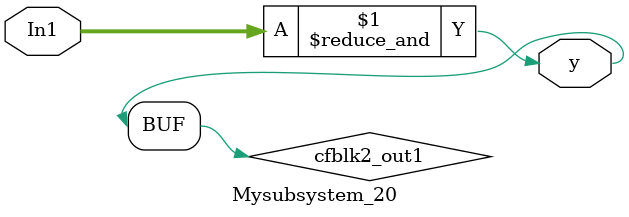
<source format=v>



`timescale 1 ns / 1 ns

module Mysubsystem_20
          (In1,
           y);


  input   [7:0] In1;  // uint8
  output  y;  // ufix1


  wire cfblk2_out1;  // ufix1


  assign cfblk2_out1 = (&In1[7:0]);



  assign y = cfblk2_out1;

endmodule  // Mysubsystem_20


</source>
